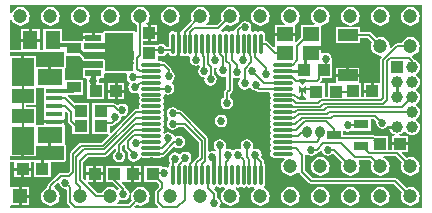
<source format=gtl>
G04 Layer_Physical_Order=1*
G04 Layer_Color=255*
%FSLAX23Y23*%
%MOIN*%
G70*
G01*
G75*
%ADD10R,0.043X0.039*%
%ADD11R,0.083X0.058*%
%ADD12R,0.054X0.018*%
%ADD13R,0.075X0.046*%
%ADD14R,0.075X0.094*%
%ADD15O,0.012X0.071*%
%ADD16O,0.071X0.012*%
%ADD17R,0.055X0.047*%
%ADD18R,0.051X0.059*%
%ADD19R,0.039X0.043*%
%ADD20R,0.047X0.031*%
%ADD21R,0.048X0.036*%
%ADD22R,0.055X0.019*%
%ADD23R,0.067X0.039*%
%ADD24C,0.005*%
%ADD25C,0.006*%
%ADD26C,0.012*%
%ADD27C,0.010*%
%ADD28C,0.015*%
%ADD29R,0.098X0.127*%
%ADD30R,0.076X0.019*%
%ADD31R,0.006X0.018*%
%ADD32O,0.031X0.039*%
%ADD33C,0.039*%
%ADD34R,0.039X0.039*%
%ADD35C,0.047*%
%ADD36R,0.047X0.047*%
%ADD37C,0.027*%
%ADD38C,0.030*%
G36*
X379Y480D02*
Y458D01*
X367Y445D01*
X292D01*
X279Y458D01*
X212D01*
Y480D01*
X279D01*
X292Y493D01*
X367D01*
X379Y480D01*
D02*
G37*
G36*
X205Y460D02*
X205Y460D01*
Y458D01*
X205Y455D01*
X207Y453D01*
X207Y453D01*
Y452D01*
X208D01*
X209Y451D01*
X212Y451D01*
X274D01*
Y426D01*
X207D01*
Y393D01*
X218D01*
X222Y388D01*
X221Y385D01*
X223Y377D01*
X223Y376D01*
Y323D01*
X280D01*
Y377D01*
X266D01*
X262Y382D01*
X263Y385D01*
X262Y388D01*
X266Y393D01*
X277D01*
Y406D01*
X281Y410D01*
X353D01*
X356Y406D01*
X356Y405D01*
X354Y397D01*
X356Y389D01*
X360Y382D01*
X366Y378D01*
X362Y372D01*
X360Y364D01*
X362Y356D01*
X366Y349D01*
X373Y345D01*
X381Y343D01*
X389Y345D01*
X390Y345D01*
X394Y342D01*
X394Y339D01*
X395Y334D01*
X398Y330D01*
Y329D01*
X395Y325D01*
X394Y320D01*
X395Y314D01*
X398Y310D01*
Y309D01*
X395Y305D01*
X394Y300D01*
X395Y295D01*
X394Y294D01*
X392Y290D01*
X385D01*
X381Y290D01*
X378Y287D01*
X302Y212D01*
X297Y214D01*
Y235D01*
X305D01*
X309Y236D01*
X312Y238D01*
X318Y244D01*
X323Y245D01*
X330Y249D01*
X334Y256D01*
X336Y263D01*
X338Y265D01*
X340Y267D01*
X347Y269D01*
X354Y273D01*
X358Y280D01*
X360Y288D01*
X358Y296D01*
X354Y303D01*
X347Y307D01*
X339Y309D01*
X331Y307D01*
X324Y303D01*
X323Y303D01*
X319Y307D01*
X316Y309D01*
X312Y310D01*
X297D01*
Y312D01*
X240D01*
Y258D01*
Y208D01*
X292D01*
X294Y203D01*
X270Y179D01*
X203D01*
X199Y178D01*
X196Y176D01*
X167Y147D01*
X165Y144D01*
X164Y140D01*
Y85D01*
X158Y79D01*
X134D01*
X130Y78D01*
X127Y76D01*
X93Y42D01*
X91Y39D01*
X90Y35D01*
Y29D01*
X85Y27D01*
X78Y22D01*
X73Y15D01*
X70Y8D01*
X69Y0D01*
X70Y-8D01*
X73Y-15D01*
X78Y-22D01*
X85Y-27D01*
X92Y-30D01*
X100Y-31D01*
X108Y-30D01*
X115Y-27D01*
X122Y-22D01*
X127Y-15D01*
X130Y-8D01*
X131Y0D01*
X130Y8D01*
X127Y15D01*
X122Y22D01*
X115Y27D01*
X114Y27D01*
X113Y33D01*
X124Y45D01*
X129Y43D01*
X131Y37D01*
X135Y30D01*
X142Y26D01*
X150Y24D01*
X151Y24D01*
X155Y21D01*
Y-19D01*
X156Y-23D01*
X158Y-26D01*
X166Y-34D01*
X164Y-39D01*
X-34D01*
Y-32D01*
X-30Y-30D01*
X-29Y-30D01*
X-5D01*
Y0D01*
Y30D01*
X-29D01*
X-30Y30D01*
X-34Y32D01*
Y113D01*
X-21D01*
Y95D01*
X34D01*
Y113D01*
X45D01*
Y63D01*
X102D01*
Y113D01*
X143D01*
X143Y113D01*
X143D01*
X144Y113D01*
X144D01*
X144Y113D01*
X145D01*
X145Y113D01*
X145Y113D01*
X145D01*
X145Y113D01*
X146Y113D01*
X146Y113D01*
X147Y114D01*
X147Y114D01*
X147Y114D01*
X147Y114D01*
X147Y114D01*
X147Y114D01*
X147Y114D01*
X148Y114D01*
X148Y114D01*
X148Y114D01*
X148Y114D01*
X148Y115D01*
X148Y115D01*
X148Y115D01*
X149Y115D01*
X149Y115D01*
X149Y116D01*
X149Y116D01*
X149Y116D01*
X149Y116D01*
X150Y116D01*
X150Y116D01*
X150Y116D01*
X150Y116D01*
X150Y116D01*
X150Y116D01*
X150Y116D01*
X150Y117D01*
X150Y117D01*
X150Y117D01*
X150Y117D01*
X150Y117D01*
X150Y117D01*
X150Y117D01*
X150Y117D01*
X150Y117D01*
X151Y117D01*
X151Y118D01*
X151Y118D01*
X151Y118D01*
X151Y118D01*
X151Y118D01*
X151Y118D01*
X151Y118D01*
X151Y118D01*
X151Y119D01*
X152Y119D01*
X152Y120D01*
X152Y121D01*
X152Y121D01*
X152Y122D01*
Y122D01*
X152Y122D01*
Y166D01*
X152Y167D01*
Y167D01*
X152Y167D01*
Y167D01*
X152Y167D01*
Y168D01*
X152Y168D01*
X152Y168D01*
X152Y168D01*
X152Y169D01*
X152Y169D01*
X152Y169D01*
X152Y169D01*
X152Y169D01*
X152Y169D01*
X152Y169D01*
X152Y169D01*
X152Y169D01*
X152Y169D01*
X151Y170D01*
X151Y170D01*
X151Y170D01*
X151Y170D01*
X151Y170D01*
X151Y170D01*
X151Y170D01*
X151Y171D01*
X150Y171D01*
X150Y172D01*
X150Y172D01*
X150Y172D01*
X150Y172D01*
X150Y172D01*
X150Y173D01*
X150Y173D01*
X149Y173D01*
X149Y173D01*
X149Y173D01*
X149Y173D01*
X149Y173D01*
X149Y173D01*
X149Y173D01*
X148Y174D01*
X148Y174D01*
X148Y174D01*
X148Y174D01*
X148Y174D01*
X148Y174D01*
X148Y174D01*
X148Y174D01*
X148Y174D01*
X148Y174D01*
X148Y174D01*
X147Y174D01*
X147Y175D01*
X147Y175D01*
X147Y175D01*
X147Y175D01*
X147Y175D01*
X147Y175D01*
Y239D01*
X146D01*
Y244D01*
X79D01*
Y239D01*
X52D01*
Y239D01*
Y297D01*
X20D01*
Y303D01*
X52D01*
Y361D01*
Y361D01*
X78D01*
Y335D01*
Y310D01*
Y284D01*
Y259D01*
X79D01*
Y254D01*
X146D01*
Y259D01*
X147D01*
Y282D01*
X152Y284D01*
X158Y278D01*
Y250D01*
X159Y247D01*
X161Y243D01*
X173Y231D01*
Y208D01*
X230D01*
Y258D01*
Y312D01*
X178D01*
X157Y333D01*
X157Y333D01*
X158Y338D01*
X176D01*
X179Y339D01*
X208D01*
Y388D01*
X147D01*
Y425D01*
X147Y425D01*
X147Y425D01*
X147Y425D01*
X147Y425D01*
X147Y426D01*
X148Y426D01*
X148Y427D01*
X149Y427D01*
X149Y427D01*
X149Y427D01*
X149Y427D01*
X149Y427D01*
X149Y427D01*
X149Y427D01*
X149Y427D01*
X149Y427D01*
X149Y427D01*
X150Y428D01*
X150Y428D01*
X150Y428D01*
X150Y428D01*
X150Y428D01*
X150Y428D01*
X150Y428D01*
X150Y429D01*
X150Y429D01*
X150Y429D01*
X150Y429D01*
X151Y429D01*
X151Y429D01*
X151Y429D01*
X151Y429D01*
X151Y429D01*
X151Y429D01*
X151Y430D01*
X151Y430D01*
X151Y430D01*
X151Y430D01*
X151Y430D01*
X151Y430D01*
X151Y430D01*
X151Y430D01*
X151Y431D01*
X152Y431D01*
X152Y431D01*
X152Y431D01*
X152Y431D01*
X152Y431D01*
X152Y431D01*
X152Y432D01*
X152Y432D01*
X152Y432D01*
X152Y432D01*
X152Y432D01*
X152Y432D01*
X152Y432D01*
X152Y433D01*
X152Y433D01*
Y433D01*
X152Y434D01*
X152Y434D01*
X152Y434D01*
Y460D01*
X152Y461D01*
Y462D01*
X152Y462D01*
Y463D01*
X152Y463D01*
X152Y463D01*
X152Y464D01*
Y468D01*
X197D01*
X205Y460D01*
D02*
G37*
G36*
X103Y168D02*
X144D01*
X144Y168D01*
X144Y168D01*
X144Y168D01*
X144Y168D01*
X144Y168D01*
X144Y168D01*
X144Y168D01*
X144Y168D01*
X144Y168D01*
X144Y168D01*
X145Y168D01*
X145Y168D01*
X145Y167D01*
X145Y167D01*
X145Y167D01*
X145Y167D01*
X145Y167D01*
X145Y167D01*
X145Y167D01*
X145Y167D01*
Y167D01*
X145Y166D01*
Y122D01*
X145Y122D01*
Y122D01*
X145Y122D01*
X145Y121D01*
X144Y121D01*
X144Y121D01*
X144Y121D01*
X144Y121D01*
X144Y121D01*
X144Y121D01*
X144Y121D01*
X144Y121D01*
X144Y121D01*
D01*
X144Y121D01*
X144Y120D01*
X144Y120D01*
X144Y120D01*
X144Y120D01*
X144Y120D01*
X143Y120D01*
X143D01*
X143Y120D01*
X102D01*
X102Y120D01*
X78D01*
Y90D01*
X68D01*
Y120D01*
X45Y120D01*
X45D01*
X34D01*
X34D01*
X-21D01*
X-21D01*
X-34D01*
Y133D01*
X3D01*
Y185D01*
X13D01*
Y133D01*
X51D01*
Y168D01*
X93D01*
Y203D01*
X103D01*
Y168D01*
D02*
G37*
G36*
X1338Y-39D02*
X665D01*
X662Y-34D01*
X665Y-30D01*
X667Y-22D01*
X665Y-14D01*
X660Y-7D01*
X656Y-4D01*
Y9D01*
X655Y13D01*
X653Y17D01*
X645Y24D01*
X647Y29D01*
X650Y30D01*
X654Y33D01*
X656D01*
X660Y30D01*
X665Y29D01*
X670Y30D01*
X671Y30D01*
X675Y32D01*
X679Y30D01*
X679Y30D01*
X680Y30D01*
X681Y24D01*
X678Y22D01*
X673Y15D01*
X670Y8D01*
X669Y0D01*
X670Y-8D01*
X673Y-15D01*
X678Y-22D01*
X685Y-27D01*
X692Y-30D01*
X700Y-31D01*
X708Y-30D01*
X715Y-27D01*
X722Y-22D01*
X727Y-15D01*
X730Y-8D01*
X731Y0D01*
X730Y8D01*
X727Y15D01*
X722Y22D01*
X718Y25D01*
X720Y30D01*
X724Y29D01*
X729Y30D01*
X730Y30D01*
X734Y32D01*
X738Y30D01*
X739Y30D01*
X744Y29D01*
X749Y30D01*
X753Y33D01*
X754D01*
X758Y30D01*
X763Y29D01*
X768Y30D01*
X769Y30D01*
X773Y32D01*
X777Y30D01*
X778Y30D01*
X780Y29D01*
X781Y24D01*
X778Y22D01*
X773Y15D01*
X770Y8D01*
X769Y0D01*
X770Y-8D01*
X773Y-15D01*
X778Y-22D01*
X785Y-27D01*
X792Y-30D01*
X800Y-31D01*
X808Y-30D01*
X815Y-27D01*
X822Y-22D01*
X827Y-15D01*
X830Y-8D01*
X831Y0D01*
X830Y8D01*
X827Y15D01*
X822Y22D01*
X815Y27D01*
X813Y28D01*
X813Y30D01*
X812Y33D01*
X815Y37D01*
X816Y42D01*
Y101D01*
X815Y106D01*
X813Y109D01*
Y115D01*
X812Y119D01*
X810Y123D01*
X802Y130D01*
X804Y138D01*
X802Y146D01*
X798Y153D01*
X791Y157D01*
X783Y159D01*
X778Y158D01*
X774Y162D01*
X776Y170D01*
X774Y178D01*
X770Y185D01*
X763Y189D01*
X755Y191D01*
X747Y189D01*
X740Y185D01*
X736Y178D01*
X734Y170D01*
X736Y162D01*
X736Y162D01*
X736Y161D01*
X733Y158D01*
X726Y159D01*
X718Y157D01*
X711Y153D01*
X711Y153D01*
X706D01*
X706Y153D01*
X699Y157D01*
X691Y159D01*
X688Y158D01*
X686Y160D01*
X684Y163D01*
X686Y170D01*
X684Y178D01*
X680Y185D01*
X673Y189D01*
X665Y191D01*
X657Y189D01*
X650Y185D01*
X646Y178D01*
X644Y170D01*
X646Y162D01*
X650Y155D01*
X652Y154D01*
X652Y153D01*
X651Y152D01*
X646Y150D01*
X640Y151D01*
X632Y149D01*
X631Y148D01*
X626Y151D01*
Y192D01*
X625Y195D01*
X623Y199D01*
X539Y283D01*
X536Y285D01*
X532Y286D01*
X526D01*
X523Y290D01*
X516Y295D01*
X508Y296D01*
X500Y295D01*
X493Y290D01*
X489Y284D01*
X487Y276D01*
X489Y268D01*
X492Y262D01*
X493Y259D01*
X492Y255D01*
X489Y250D01*
X487Y242D01*
X489Y234D01*
X493Y227D01*
X500Y223D01*
X508Y221D01*
X516Y223D01*
X523Y227D01*
X526Y232D01*
X543D01*
X594Y181D01*
Y133D01*
X579Y118D01*
X577Y115D01*
X572Y115D01*
X569Y120D01*
X571Y128D01*
X569Y136D01*
X565Y143D01*
X558Y147D01*
X550Y149D01*
X542Y147D01*
X535Y143D01*
X534Y141D01*
X529Y141D01*
X523Y144D01*
X515Y146D01*
X507Y144D01*
X500Y140D01*
X496Y133D01*
X494Y125D01*
X496Y117D01*
X497Y115D01*
Y109D01*
X495Y106D01*
X494Y101D01*
Y97D01*
X490Y95D01*
X488Y96D01*
X480Y98D01*
X475Y97D01*
X470Y101D01*
Y102D01*
X413D01*
Y48D01*
X456D01*
X463Y41D01*
Y32D01*
X451Y20D01*
X449Y17D01*
X448Y13D01*
Y-19D01*
X449Y-23D01*
X451Y-26D01*
X459Y-34D01*
X457Y-39D01*
X382D01*
X380Y-34D01*
X387Y-28D01*
X392Y-30D01*
X400Y-31D01*
X408Y-30D01*
X415Y-27D01*
X422Y-22D01*
X427Y-15D01*
X430Y-8D01*
X431Y0D01*
X430Y8D01*
X427Y15D01*
X422Y22D01*
X415Y27D01*
X408Y30D01*
X400Y31D01*
X392Y30D01*
X385Y27D01*
X378Y22D01*
X373Y15D01*
X370Y8D01*
X369Y0D01*
X370Y-8D01*
X372Y-13D01*
X360Y-26D01*
X324D01*
X323Y-21D01*
X327Y-15D01*
X328Y-12D01*
X333Y-11D01*
X335Y-12D01*
X343Y-14D01*
X351Y-12D01*
X358Y-8D01*
X362Y-1D01*
X364Y7D01*
X362Y15D01*
X358Y22D01*
X353Y25D01*
X352Y29D01*
X350Y32D01*
X339Y44D01*
X340Y48D01*
X342D01*
Y49D01*
X347Y49D01*
X347Y49D01*
X370D01*
Y75D01*
Y101D01*
X347D01*
X347Y101D01*
X342Y101D01*
Y102D01*
X285D01*
Y48D01*
X305D01*
X306Y47D01*
X327Y26D01*
X327Y23D01*
X324Y23D01*
X321Y22D01*
X315Y27D01*
X308Y30D01*
X300Y31D01*
X292Y30D01*
X285Y27D01*
X278Y22D01*
X273Y15D01*
X271Y10D01*
X257D01*
X223Y44D01*
X225Y49D01*
X242D01*
Y70D01*
X219D01*
Y55D01*
X214Y53D01*
X208Y59D01*
Y113D01*
X227Y132D01*
X283D01*
X286Y133D01*
X290Y135D01*
X314Y159D01*
X319Y157D01*
Y152D01*
X314Y149D01*
X310Y142D01*
X308Y134D01*
X310Y126D01*
X314Y119D01*
X321Y115D01*
X329Y113D01*
X337Y115D01*
X344Y119D01*
X348Y126D01*
X350Y134D01*
X348Y142D01*
X344Y149D01*
X339Y152D01*
Y167D01*
X344Y172D01*
X349Y170D01*
Y160D01*
X350Y156D01*
X352Y153D01*
X359Y145D01*
X359Y144D01*
X357Y136D01*
X359Y128D01*
X363Y121D01*
X370Y117D01*
X378Y115D01*
X386Y117D01*
X393Y121D01*
X397Y128D01*
X398Y129D01*
X400Y129D01*
X403Y130D01*
X407Y129D01*
X466D01*
X471Y130D01*
X474Y132D01*
X474D01*
X478Y133D01*
X482Y135D01*
X513Y166D01*
X513Y166D01*
X520Y162D01*
X528Y160D01*
X536Y162D01*
X542Y166D01*
X547Y173D01*
X548Y181D01*
X547Y189D01*
X542Y196D01*
X536Y200D01*
X528Y202D01*
X520Y200D01*
X517Y199D01*
X511Y201D01*
X507Y208D01*
X500Y212D01*
X492Y214D01*
X484Y212D01*
X480Y209D01*
X476Y213D01*
X478Y216D01*
X479Y221D01*
X478Y226D01*
X475Y230D01*
Y231D01*
X478Y236D01*
X479Y241D01*
X478Y246D01*
X475Y250D01*
Y251D01*
X478Y255D01*
X479Y260D01*
X478Y266D01*
X478Y266D01*
X476Y270D01*
X478Y274D01*
X478Y275D01*
X479Y280D01*
X478Y285D01*
X475Y289D01*
Y291D01*
X478Y295D01*
X479Y300D01*
X478Y305D01*
X475Y309D01*
Y310D01*
X478Y314D01*
X479Y320D01*
X478Y325D01*
X475Y329D01*
Y330D01*
X478Y334D01*
X479Y337D01*
X484Y340D01*
X484Y340D01*
X492Y338D01*
X500Y340D01*
X507Y344D01*
X511Y351D01*
X513Y359D01*
X511Y367D01*
X507Y374D01*
X503Y376D01*
X503Y377D01*
X504Y382D01*
X509Y385D01*
X513Y392D01*
X515Y400D01*
X513Y408D01*
X509Y415D01*
X504Y418D01*
Y421D01*
X503Y425D01*
X501Y428D01*
X485Y445D01*
X481Y447D01*
X477Y448D01*
X474D01*
X471Y450D01*
X466Y451D01*
X457D01*
Y466D01*
X461Y468D01*
X462Y468D01*
X470Y466D01*
X478Y468D01*
X485Y472D01*
X488Y476D01*
X495D01*
X495Y474D01*
X498Y470D01*
X502Y467D01*
X507Y466D01*
X512Y467D01*
X514Y468D01*
X518Y470D01*
X522Y468D01*
Y509D01*
Y549D01*
X518Y547D01*
X514Y549D01*
X512Y550D01*
X507Y551D01*
X502Y550D01*
X498Y547D01*
X495Y543D01*
X494Y538D01*
Y497D01*
X488D01*
X485Y502D01*
X478Y506D01*
X470Y508D01*
X462Y506D01*
X462Y506D01*
X457Y505D01*
Y505D01*
X457Y505D01*
X410D01*
Y516D01*
X425D01*
Y543D01*
Y571D01*
X421D01*
X419Y576D01*
X422Y578D01*
X427Y585D01*
X430Y592D01*
X431Y600D01*
X430Y608D01*
X427Y615D01*
X422Y622D01*
X415Y627D01*
X408Y630D01*
X400Y631D01*
X392Y630D01*
X385Y627D01*
X378Y622D01*
X373Y615D01*
X370Y608D01*
X369Y600D01*
X370Y592D01*
X373Y585D01*
X378Y578D01*
X385Y573D01*
X390Y571D01*
Y549D01*
X385Y548D01*
X384Y549D01*
X382Y551D01*
X379Y551D01*
X281D01*
X278Y551D01*
X276Y549D01*
X274Y547D01*
X274Y544D01*
Y543D01*
X247D01*
Y528D01*
X242D01*
Y523D01*
X208D01*
Y522D01*
X208Y517D01*
X146D01*
Y517D01*
X140D01*
Y557D01*
X75D01*
Y487D01*
X64D01*
Y515D01*
X1D01*
Y491D01*
X-3Y487D01*
X-34D01*
Y588D01*
X-29Y589D01*
X-27Y585D01*
X-22Y578D01*
X-15Y573D01*
X-8Y570D01*
X0Y569D01*
X8Y570D01*
X15Y573D01*
X22Y578D01*
X27Y585D01*
X30Y592D01*
X31Y600D01*
X30Y608D01*
X27Y615D01*
X22Y622D01*
X15Y627D01*
X8Y630D01*
X0Y631D01*
X-8Y630D01*
X-15Y627D01*
X-22Y622D01*
X-27Y615D01*
X-29Y611D01*
X-34Y612D01*
Y639D01*
X1338D01*
Y-39D01*
D02*
G37*
G36*
X64Y480D02*
X64D01*
X75D01*
X75D01*
X145D01*
Y464D01*
X145Y463D01*
X145Y463D01*
X145Y463D01*
Y462D01*
X145Y462D01*
Y461D01*
X145Y460D01*
Y460D01*
Y434D01*
Y434D01*
X145Y434D01*
X145Y434D01*
X145Y433D01*
Y433D01*
X145Y433D01*
X145Y433D01*
X145Y433D01*
X145Y433D01*
X145Y433D01*
X144Y433D01*
X144Y433D01*
X144Y432D01*
X144Y432D01*
X144Y432D01*
X144Y432D01*
X144Y432D01*
X144Y432D01*
X144Y432D01*
X144Y432D01*
X144Y432D01*
X144Y432D01*
X144Y432D01*
X103D01*
Y397D01*
X93D01*
Y432D01*
X51D01*
Y467D01*
X13D01*
Y415D01*
X3D01*
Y467D01*
X-34D01*
Y480D01*
X64Y480D01*
D02*
G37*
%LPC*%
G36*
X314Y376D02*
X291D01*
Y355D01*
X314D01*
Y376D01*
D02*
G37*
G36*
X380Y101D02*
Y80D01*
X402D01*
Y101D01*
X380D01*
D02*
G37*
G36*
X274D02*
X252D01*
Y80D01*
X274D01*
Y101D01*
D02*
G37*
G36*
X669Y272D02*
X661Y270D01*
X654Y266D01*
X650Y259D01*
X648Y251D01*
X650Y243D01*
X654Y236D01*
X661Y232D01*
X669Y230D01*
X677Y232D01*
X684Y236D01*
X688Y243D01*
X690Y251D01*
X688Y259D01*
X684Y266D01*
X677Y270D01*
X669Y272D01*
D02*
G37*
G36*
X314Y345D02*
X291D01*
Y324D01*
X314D01*
Y345D01*
D02*
G37*
G36*
X346D02*
X324D01*
Y324D01*
X346D01*
Y345D01*
D02*
G37*
G36*
X242Y101D02*
X219D01*
Y80D01*
X242D01*
Y101D01*
D02*
G37*
G36*
X1200Y31D02*
X1192Y30D01*
X1185Y27D01*
X1178Y22D01*
X1173Y15D01*
X1170Y8D01*
X1169Y0D01*
X1170Y-8D01*
X1173Y-15D01*
X1178Y-22D01*
X1185Y-27D01*
X1192Y-30D01*
X1200Y-31D01*
X1208Y-30D01*
X1215Y-27D01*
X1222Y-22D01*
X1227Y-15D01*
X1230Y-8D01*
X1231Y0D01*
X1230Y8D01*
X1227Y15D01*
X1222Y22D01*
X1215Y27D01*
X1208Y30D01*
X1200Y31D01*
D02*
G37*
G36*
X30Y-5D02*
X5D01*
Y-30D01*
X30D01*
Y-5D01*
D02*
G37*
G36*
X1100Y31D02*
X1092Y30D01*
X1085Y27D01*
X1078Y22D01*
X1073Y15D01*
X1070Y8D01*
X1069Y0D01*
X1070Y-8D01*
X1073Y-15D01*
X1078Y-22D01*
X1085Y-27D01*
X1092Y-30D01*
X1100Y-31D01*
X1108Y-30D01*
X1115Y-27D01*
X1122Y-22D01*
X1127Y-15D01*
X1130Y-8D01*
X1131Y0D01*
X1130Y8D01*
X1127Y15D01*
X1122Y22D01*
X1115Y27D01*
X1108Y30D01*
X1100Y31D01*
D02*
G37*
G36*
X900D02*
X892Y30D01*
X885Y27D01*
X878Y22D01*
X873Y15D01*
X870Y8D01*
X869Y0D01*
X870Y-8D01*
X873Y-15D01*
X878Y-22D01*
X885Y-27D01*
X892Y-30D01*
X900Y-31D01*
X908Y-30D01*
X915Y-27D01*
X922Y-22D01*
X927Y-15D01*
X930Y-8D01*
X931Y0D01*
X930Y8D01*
X927Y15D01*
X922Y22D01*
X915Y27D01*
X908Y30D01*
X900Y31D01*
D02*
G37*
G36*
X1000D02*
X992Y30D01*
X985Y27D01*
X978Y22D01*
X973Y15D01*
X970Y8D01*
X969Y0D01*
X970Y-8D01*
X973Y-15D01*
X978Y-22D01*
X985Y-27D01*
X992Y-30D01*
X1000Y-31D01*
X1008Y-30D01*
X1015Y-27D01*
X1022Y-22D01*
X1027Y-15D01*
X1030Y-8D01*
X1031Y0D01*
X1030Y8D01*
X1027Y15D01*
X1022Y22D01*
X1015Y27D01*
X1008Y30D01*
X1000Y31D01*
D02*
G37*
G36*
X5Y30D02*
Y5D01*
X30D01*
Y30D01*
X5D01*
D02*
G37*
G36*
X34Y85D02*
X12D01*
Y64D01*
X34D01*
Y85D01*
D02*
G37*
G36*
X1000Y131D02*
X992Y130D01*
X985Y127D01*
X978Y122D01*
X973Y115D01*
X970Y108D01*
X969Y100D01*
X970Y92D01*
X973Y85D01*
X978Y78D01*
X985Y73D01*
X992Y70D01*
X1000Y69D01*
X1008Y70D01*
X1015Y73D01*
X1022Y78D01*
X1027Y85D01*
X1030Y92D01*
X1031Y100D01*
X1030Y108D01*
X1027Y115D01*
X1022Y122D01*
X1015Y127D01*
X1008Y130D01*
X1000Y131D01*
D02*
G37*
G36*
X2Y85D02*
X-21D01*
Y64D01*
X2D01*
Y85D01*
D02*
G37*
G36*
X274Y70D02*
X252D01*
Y49D01*
X274D01*
Y70D01*
D02*
G37*
G36*
X402D02*
X380D01*
Y49D01*
X402D01*
Y70D01*
D02*
G37*
G36*
X100Y631D02*
X92Y630D01*
X85Y627D01*
X78Y622D01*
X73Y615D01*
X70Y608D01*
X69Y600D01*
X70Y592D01*
X73Y585D01*
X78Y578D01*
X85Y573D01*
X92Y570D01*
X100Y569D01*
X108Y570D01*
X115Y573D01*
X122Y578D01*
X127Y585D01*
X130Y592D01*
X131Y600D01*
X130Y608D01*
X127Y615D01*
X122Y622D01*
X115Y627D01*
X108Y630D01*
X100Y631D01*
D02*
G37*
G36*
X200D02*
X192Y630D01*
X185Y627D01*
X178Y622D01*
X173Y615D01*
X170Y608D01*
X169Y600D01*
X170Y592D01*
X173Y585D01*
X178Y578D01*
X185Y573D01*
X192Y570D01*
X200Y569D01*
X208Y570D01*
X215Y573D01*
X222Y578D01*
X227Y585D01*
X230Y592D01*
X231Y600D01*
X230Y608D01*
X227Y615D01*
X222Y622D01*
X215Y627D01*
X208Y630D01*
X200Y631D01*
D02*
G37*
G36*
X456Y571D02*
X435D01*
Y548D01*
X456D01*
Y571D01*
D02*
G37*
G36*
X237Y543D02*
X208D01*
Y533D01*
X237D01*
Y543D01*
D02*
G37*
G36*
X900Y631D02*
X892Y630D01*
X885Y627D01*
X878Y622D01*
X873Y615D01*
X870Y608D01*
X869Y600D01*
X870Y592D01*
X873Y585D01*
X878Y578D01*
X882Y575D01*
X880Y570D01*
X848D01*
Y545D01*
X915D01*
Y570D01*
X915Y570D01*
X917Y574D01*
X922Y578D01*
X927Y585D01*
X930Y592D01*
X931Y600D01*
X930Y608D01*
X927Y615D01*
X922Y622D01*
X915Y627D01*
X908Y630D01*
X900Y631D01*
D02*
G37*
G36*
X300D02*
X292Y630D01*
X285Y627D01*
X278Y622D01*
X273Y615D01*
X270Y608D01*
X269Y600D01*
X270Y592D01*
X273Y585D01*
X278Y578D01*
X285Y573D01*
X292Y570D01*
X300Y569D01*
X308Y570D01*
X315Y573D01*
X322Y578D01*
X327Y585D01*
X330Y592D01*
X331Y600D01*
X330Y608D01*
X327Y615D01*
X322Y622D01*
X315Y627D01*
X308Y630D01*
X300Y631D01*
D02*
G37*
G36*
X1200D02*
X1192Y630D01*
X1185Y627D01*
X1178Y622D01*
X1173Y615D01*
X1170Y608D01*
X1169Y600D01*
X1170Y592D01*
X1173Y585D01*
X1178Y578D01*
X1185Y573D01*
X1192Y570D01*
X1200Y569D01*
X1208Y570D01*
X1215Y573D01*
X1222Y578D01*
X1227Y585D01*
X1230Y592D01*
X1231Y600D01*
X1230Y608D01*
X1227Y615D01*
X1222Y622D01*
X1215Y627D01*
X1208Y630D01*
X1200Y631D01*
D02*
G37*
G36*
X1300D02*
X1292Y630D01*
X1285Y627D01*
X1278Y622D01*
X1273Y615D01*
X1270Y608D01*
X1269Y600D01*
X1270Y592D01*
X1273Y585D01*
X1278Y578D01*
X1285Y573D01*
X1292Y570D01*
X1300Y569D01*
X1308Y570D01*
X1315Y573D01*
X1322Y578D01*
X1327Y585D01*
X1330Y592D01*
X1331Y600D01*
X1330Y608D01*
X1327Y615D01*
X1322Y622D01*
X1315Y627D01*
X1308Y630D01*
X1300Y631D01*
D02*
G37*
G36*
X1100D02*
X1092Y630D01*
X1085Y627D01*
X1078Y622D01*
X1073Y615D01*
X1070Y608D01*
X1069Y600D01*
X1070Y592D01*
X1073Y585D01*
X1078Y578D01*
X1085Y573D01*
X1092Y570D01*
X1100Y569D01*
X1108Y570D01*
X1115Y573D01*
X1122Y578D01*
X1127Y585D01*
X1130Y592D01*
X1131Y600D01*
X1130Y608D01*
X1127Y615D01*
X1122Y622D01*
X1115Y627D01*
X1108Y630D01*
X1100Y631D01*
D02*
G37*
G36*
X500D02*
X492Y630D01*
X485Y627D01*
X478Y622D01*
X473Y615D01*
X470Y608D01*
X469Y600D01*
X470Y592D01*
X473Y585D01*
X478Y578D01*
X485Y573D01*
X492Y570D01*
X500Y569D01*
X508Y570D01*
X515Y573D01*
X522Y578D01*
X527Y585D01*
X530Y592D01*
X531Y600D01*
X530Y608D01*
X527Y615D01*
X522Y622D01*
X515Y627D01*
X508Y630D01*
X500Y631D01*
D02*
G37*
G36*
X800D02*
X792Y630D01*
X785Y627D01*
X778Y622D01*
X773Y615D01*
X770Y608D01*
X769Y600D01*
X770Y592D01*
X773Y585D01*
X778Y578D01*
X785Y573D01*
X792Y570D01*
X800Y569D01*
X808Y570D01*
X815Y573D01*
X822Y578D01*
X827Y585D01*
X830Y592D01*
X831Y600D01*
X830Y608D01*
X827Y615D01*
X822Y622D01*
X815Y627D01*
X808Y630D01*
X800Y631D01*
D02*
G37*
G36*
X1086Y429D02*
X1052D01*
Y408D01*
X1086D01*
Y429D01*
D02*
G37*
G36*
X1130D02*
X1096D01*
Y408D01*
X1130D01*
Y429D01*
D02*
G37*
G36*
X346Y376D02*
X324D01*
Y355D01*
X346D01*
Y376D01*
D02*
G37*
G36*
X1168D02*
X1146D01*
Y355D01*
X1168D01*
Y376D01*
D02*
G37*
G36*
X64Y556D02*
X38D01*
Y525D01*
X64D01*
Y556D01*
D02*
G37*
G36*
X28D02*
X1D01*
Y525D01*
X28D01*
Y556D01*
D02*
G37*
G36*
X1000Y631D02*
X992Y630D01*
X985Y627D01*
X978Y622D01*
X973Y615D01*
X970Y608D01*
X969Y600D01*
X970Y592D01*
X973Y585D01*
X978Y578D01*
X981Y576D01*
X979Y571D01*
X934D01*
Y528D01*
X920Y514D01*
X915Y516D01*
Y535D01*
X848D01*
Y513D01*
X847Y508D01*
X847Y506D01*
Y499D01*
X843Y497D01*
X825Y515D01*
X821Y517D01*
X817Y518D01*
X816D01*
Y538D01*
X815Y543D01*
X812Y547D01*
X808Y550D01*
X803Y551D01*
X798Y550D01*
X797Y550D01*
X793Y548D01*
X789Y550D01*
X788Y550D01*
X783Y551D01*
X778Y550D01*
X777Y550D01*
X774Y548D01*
X769Y550D01*
X768Y554D01*
X768Y555D01*
X770Y563D01*
X768Y571D01*
X764Y578D01*
X757Y582D01*
X749Y584D01*
X741Y582D01*
X734Y578D01*
X731Y573D01*
X730Y572D01*
X727Y570D01*
X717Y560D01*
X714Y557D01*
X714Y553D01*
X710Y551D01*
X709Y550D01*
X704Y551D01*
X699Y550D01*
X698Y550D01*
X694Y548D01*
X690Y550D01*
X690Y550D01*
X685Y551D01*
X679Y550D01*
X679Y550D01*
X675Y548D01*
X671Y550D01*
X670Y554D01*
X670Y555D01*
X687Y572D01*
X692Y570D01*
X700Y569D01*
X708Y570D01*
X715Y573D01*
X722Y578D01*
X727Y585D01*
X730Y592D01*
X731Y600D01*
X730Y608D01*
X727Y615D01*
X722Y622D01*
X715Y627D01*
X708Y630D01*
X700Y631D01*
X692Y630D01*
X685Y627D01*
X678Y622D01*
X673Y615D01*
X670Y608D01*
X669Y600D01*
X670Y592D01*
X672Y587D01*
X656Y570D01*
X620D01*
X618Y575D01*
X622Y578D01*
X627Y585D01*
X630Y592D01*
X631Y600D01*
X630Y608D01*
X627Y615D01*
X622Y622D01*
X615Y627D01*
X608Y630D01*
X600Y631D01*
X592Y630D01*
X585Y627D01*
X578Y622D01*
X573Y615D01*
X570Y608D01*
X569Y600D01*
X570Y592D01*
X572Y587D01*
X540Y554D01*
X537Y551D01*
X532Y549D01*
Y509D01*
Y468D01*
X536Y470D01*
X540Y468D01*
X542Y467D01*
X547Y466D01*
X552Y467D01*
X556Y470D01*
X557D01*
X561Y467D01*
X562Y467D01*
X566Y463D01*
X564Y455D01*
X566Y447D01*
X570Y440D01*
X577Y436D01*
X585Y434D01*
X593Y436D01*
X593Y436D01*
X598Y433D01*
X598Y432D01*
X598Y432D01*
X594Y425D01*
X592Y417D01*
X594Y409D01*
X598Y402D01*
X605Y398D01*
X613Y396D01*
X614Y395D01*
X613Y390D01*
X615Y382D01*
X619Y375D01*
X626Y371D01*
X634Y369D01*
X642Y371D01*
X649Y375D01*
X653Y382D01*
X655Y390D01*
X653Y398D01*
X649Y405D01*
X646Y407D01*
Y428D01*
X648Y430D01*
X650Y430D01*
X651Y430D01*
X654Y426D01*
X653Y420D01*
X655Y412D01*
X659Y405D01*
X666Y401D01*
X674Y399D01*
X681Y401D01*
X685Y399D01*
X686Y398D01*
Y359D01*
X681Y353D01*
X679Y350D01*
X678Y346D01*
Y329D01*
X673Y326D01*
X669Y319D01*
X667Y311D01*
X669Y303D01*
X673Y296D01*
X680Y292D01*
X688Y290D01*
X696Y292D01*
X703Y296D01*
X707Y303D01*
X709Y311D01*
X707Y319D01*
X703Y326D01*
X698Y329D01*
Y342D01*
X704Y347D01*
X706Y351D01*
X707Y354D01*
Y395D01*
X711Y397D01*
X713Y396D01*
X721Y394D01*
X728Y395D01*
X732Y393D01*
X733Y392D01*
X733Y391D01*
X732Y391D01*
X728Y384D01*
X726Y376D01*
X728Y368D01*
X732Y361D01*
X739Y357D01*
X747Y355D01*
X755Y357D01*
X762Y361D01*
X768Y361D01*
X770Y357D01*
X777Y353D01*
X785Y351D01*
X787Y352D01*
X790Y349D01*
X794Y349D01*
X829D01*
X831Y345D01*
X832Y344D01*
X831Y339D01*
X832Y334D01*
X835Y330D01*
Y329D01*
X832Y325D01*
X831Y320D01*
X832Y314D01*
X832Y314D01*
X834Y310D01*
X832Y306D01*
X832Y305D01*
X831Y300D01*
X832Y295D01*
X835Y291D01*
Y289D01*
X832Y285D01*
X831Y280D01*
X832Y275D01*
X832Y274D01*
X834Y270D01*
X832Y266D01*
X832Y266D01*
X831Y260D01*
X832Y255D01*
X835Y251D01*
Y250D01*
X832Y246D01*
X831Y241D01*
X832Y236D01*
X835Y231D01*
Y230D01*
X832Y226D01*
X831Y221D01*
X832Y216D01*
X835Y212D01*
Y211D01*
X832Y206D01*
X831Y201D01*
X832Y196D01*
X835Y192D01*
Y191D01*
X832Y187D01*
X831Y182D01*
X832Y177D01*
X835Y172D01*
Y171D01*
X832Y167D01*
X831Y162D01*
X832Y157D01*
X835Y153D01*
Y152D01*
X832Y147D01*
X831Y142D01*
X832Y137D01*
X835Y133D01*
X839Y130D01*
X844Y129D01*
X880D01*
X881Y124D01*
X878Y122D01*
X873Y115D01*
X870Y108D01*
X869Y100D01*
X870Y92D01*
X873Y85D01*
X878Y78D01*
X885Y73D01*
X892Y70D01*
X900Y69D01*
X908Y70D01*
X915Y73D01*
X922Y78D01*
X925Y82D01*
X927Y82D01*
X930Y81D01*
X931Y78D01*
X933Y75D01*
X963Y45D01*
X966Y43D01*
X970Y42D01*
X1244D01*
X1272Y13D01*
X1270Y8D01*
X1269Y0D01*
X1270Y-8D01*
X1273Y-15D01*
X1278Y-22D01*
X1285Y-27D01*
X1292Y-30D01*
X1300Y-31D01*
X1308Y-30D01*
X1315Y-27D01*
X1322Y-22D01*
X1327Y-15D01*
X1330Y-8D01*
X1331Y0D01*
X1330Y8D01*
X1327Y15D01*
X1322Y22D01*
X1315Y27D01*
X1308Y30D01*
X1300Y31D01*
X1292Y30D01*
X1287Y28D01*
X1255Y59D01*
X1252Y61D01*
X1248Y62D01*
X974D01*
X950Y86D01*
Y137D01*
X952Y139D01*
X954Y140D01*
X955Y140D01*
X961Y136D01*
X969Y134D01*
X977Y136D01*
X984Y140D01*
X987Y145D01*
X988D01*
X992Y146D01*
X995Y148D01*
X1000Y152D01*
X1005Y151D01*
X1006Y147D01*
X1010Y140D01*
X1017Y136D01*
X1025Y134D01*
X1033Y136D01*
X1040Y140D01*
X1040Y140D01*
X1045Y141D01*
X1072Y113D01*
X1070Y108D01*
X1069Y100D01*
X1070Y92D01*
X1073Y85D01*
X1078Y78D01*
X1085Y73D01*
X1092Y70D01*
X1100Y69D01*
X1108Y70D01*
X1115Y73D01*
X1122Y78D01*
X1127Y85D01*
X1130Y92D01*
X1131Y100D01*
X1130Y108D01*
X1127Y115D01*
X1129Y120D01*
X1166D01*
X1172Y113D01*
X1170Y108D01*
X1169Y100D01*
X1170Y92D01*
X1173Y85D01*
X1178Y78D01*
X1185Y73D01*
X1192Y70D01*
X1200Y69D01*
X1208Y70D01*
X1215Y73D01*
X1222Y78D01*
X1227Y85D01*
X1230Y92D01*
X1231Y100D01*
X1230Y108D01*
X1227Y115D01*
X1222Y122D01*
X1215Y127D01*
X1210Y129D01*
X1211Y134D01*
X1252D01*
X1272Y113D01*
X1270Y108D01*
X1269Y100D01*
X1270Y92D01*
X1273Y85D01*
X1278Y78D01*
X1285Y73D01*
X1292Y70D01*
X1300Y69D01*
X1308Y70D01*
X1315Y73D01*
X1322Y78D01*
X1327Y85D01*
X1330Y92D01*
X1331Y100D01*
X1330Y108D01*
X1327Y115D01*
X1322Y122D01*
X1315Y127D01*
X1308Y130D01*
X1300Y131D01*
X1292Y130D01*
X1287Y128D01*
X1270Y145D01*
X1272Y149D01*
X1292D01*
Y170D01*
X1237D01*
Y154D01*
X1226D01*
Y202D01*
X1185D01*
X1183Y202D01*
X1180Y203D01*
X1076D01*
Y216D01*
X1081Y218D01*
X1083Y217D01*
X1091Y215D01*
X1099Y217D01*
X1101Y218D01*
X1106Y218D01*
Y218D01*
X1106Y218D01*
X1167D01*
Y258D01*
X1179D01*
X1186Y251D01*
X1185Y245D01*
X1187Y237D01*
X1191Y230D01*
X1198Y226D01*
X1206Y224D01*
X1214Y226D01*
X1221Y230D01*
X1225Y237D01*
X1230Y236D01*
X1230Y235D01*
X1255D01*
Y225D01*
X1230D01*
X1230Y223D01*
X1233Y217D01*
X1237Y212D01*
X1242Y208D01*
X1247Y206D01*
X1246Y201D01*
X1237D01*
Y180D01*
X1292D01*
Y201D01*
X1264D01*
X1263Y206D01*
X1268Y208D01*
X1273Y212D01*
X1277Y216D01*
X1280Y216D01*
X1280Y216D01*
X1282Y216D01*
X1286Y211D01*
X1292Y207D01*
X1298Y204D01*
X1305Y203D01*
X1312Y204D01*
X1318Y207D01*
X1324Y211D01*
X1328Y217D01*
X1331Y223D01*
X1332Y230D01*
X1331Y237D01*
X1328Y243D01*
X1324Y249D01*
X1320Y252D01*
X1320Y253D01*
Y257D01*
X1320Y258D01*
X1324Y261D01*
X1328Y267D01*
X1331Y273D01*
X1332Y280D01*
X1331Y287D01*
X1328Y293D01*
X1324Y299D01*
X1320Y302D01*
X1320Y303D01*
Y307D01*
X1320Y308D01*
X1324Y311D01*
X1328Y317D01*
X1331Y323D01*
X1332Y330D01*
X1331Y337D01*
X1328Y343D01*
X1324Y349D01*
X1320Y352D01*
X1320Y353D01*
Y357D01*
X1320Y358D01*
X1324Y361D01*
X1328Y367D01*
X1331Y373D01*
X1332Y380D01*
X1331Y387D01*
X1328Y393D01*
X1324Y399D01*
X1320Y402D01*
X1320Y403D01*
Y407D01*
X1320Y408D01*
X1324Y411D01*
X1328Y417D01*
X1331Y423D01*
X1332Y430D01*
X1331Y437D01*
X1328Y443D01*
X1324Y449D01*
X1318Y453D01*
X1313Y455D01*
X1312Y457D01*
X1305Y465D01*
X1307Y470D01*
X1308Y470D01*
X1315Y473D01*
X1322Y478D01*
X1327Y485D01*
X1330Y492D01*
X1331Y500D01*
X1330Y508D01*
X1327Y515D01*
X1322Y522D01*
X1315Y527D01*
X1308Y530D01*
X1300Y531D01*
X1292Y530D01*
X1285Y527D01*
X1278Y522D01*
X1273Y515D01*
X1271Y510D01*
X1254D01*
X1251Y509D01*
X1247Y507D01*
X1235Y495D01*
X1231Y498D01*
X1231Y500D01*
X1230Y508D01*
X1227Y515D01*
X1222Y522D01*
X1215Y527D01*
X1208Y530D01*
X1200Y531D01*
X1192Y530D01*
X1187Y528D01*
X1170Y544D01*
X1167Y546D01*
X1163Y547D01*
X1131D01*
Y564D01*
X1051D01*
Y510D01*
X1131D01*
Y527D01*
X1159D01*
X1172Y513D01*
X1170Y508D01*
X1169Y500D01*
X1170Y492D01*
X1173Y485D01*
X1178Y478D01*
X1185Y473D01*
X1192Y470D01*
X1200Y469D01*
X1202Y469D01*
X1205Y465D01*
X1202Y462D01*
X1200Y458D01*
X1199Y455D01*
Y376D01*
X1178D01*
Y350D01*
X1173D01*
Y345D01*
X1146D01*
Y330D01*
X1135D01*
Y377D01*
X1135D01*
X1130Y377D01*
X1130Y382D01*
Y398D01*
X1052D01*
X1052Y377D01*
X1047Y376D01*
X1024D01*
Y330D01*
X1014D01*
Y376D01*
X1000D01*
X998Y381D01*
X1002Y385D01*
X1004Y388D01*
X1005Y392D01*
Y393D01*
X1040D01*
Y447D01*
X1040D01*
X1037Y452D01*
X1038Y458D01*
X1036Y466D01*
X1032Y473D01*
X1025Y477D01*
X1017Y479D01*
X1009Y477D01*
X1007Y476D01*
X1002Y479D01*
Y507D01*
X1003Y510D01*
X1003D01*
X1003Y512D01*
Y569D01*
X1008Y570D01*
X1015Y573D01*
X1022Y578D01*
X1027Y585D01*
X1030Y592D01*
X1031Y600D01*
X1030Y608D01*
X1027Y615D01*
X1022Y622D01*
X1015Y627D01*
X1008Y630D01*
X1000Y631D01*
D02*
G37*
G36*
X456Y538D02*
X435D01*
Y516D01*
X456D01*
Y538D01*
D02*
G37*
%LPD*%
G36*
X940Y359D02*
X953Y372D01*
X953Y357D01*
X953D01*
X953Y340D01*
X940Y353D01*
X927Y340D01*
X927Y354D01*
X927D01*
X927Y372D01*
X940Y359D01*
D02*
G37*
G36*
X953Y329D02*
X953Y322D01*
X927D01*
Y329D01*
X940Y342D01*
X953Y329D01*
D02*
G37*
G36*
X953Y383D02*
X940Y370D01*
X927Y383D01*
X927Y390D01*
X953D01*
Y383D01*
D02*
G37*
D10*
X441Y75D02*
D03*
X375D02*
D03*
X319Y350D02*
D03*
X252D02*
D03*
X1011Y420D02*
D03*
X945D02*
D03*
X313Y75D02*
D03*
X247D02*
D03*
X73Y90D02*
D03*
X7D02*
D03*
X202Y285D02*
D03*
X268D02*
D03*
Y235D02*
D03*
X202D02*
D03*
X1052Y349D02*
D03*
X986D02*
D03*
X1264Y175D02*
D03*
X1198D02*
D03*
X1173Y350D02*
D03*
X1107D02*
D03*
D11*
X98Y397D02*
D03*
Y203D02*
D03*
D12*
X112Y326D02*
D03*
Y351D02*
D03*
Y249D02*
D03*
Y274D02*
D03*
Y300D02*
D03*
D13*
X8Y333D02*
D03*
Y267D02*
D03*
D14*
Y185D02*
D03*
Y415D02*
D03*
D15*
X507Y71D02*
D03*
X527D02*
D03*
X547D02*
D03*
X566D02*
D03*
X586D02*
D03*
X606D02*
D03*
X625D02*
D03*
X645D02*
D03*
X665D02*
D03*
X685D02*
D03*
X704D02*
D03*
X724D02*
D03*
X744D02*
D03*
X763D02*
D03*
X783D02*
D03*
X803D02*
D03*
Y509D02*
D03*
X783D02*
D03*
X763D02*
D03*
X744D02*
D03*
X724D02*
D03*
X704D02*
D03*
X685D02*
D03*
X665D02*
D03*
X645D02*
D03*
X625D02*
D03*
X606D02*
D03*
X586D02*
D03*
X566D02*
D03*
X547D02*
D03*
X527D02*
D03*
X507D02*
D03*
D16*
X874Y142D02*
D03*
Y162D02*
D03*
Y182D02*
D03*
Y201D02*
D03*
Y221D02*
D03*
Y241D02*
D03*
Y260D02*
D03*
Y280D02*
D03*
Y300D02*
D03*
Y320D02*
D03*
Y339D02*
D03*
Y359D02*
D03*
Y379D02*
D03*
Y398D02*
D03*
Y418D02*
D03*
Y438D02*
D03*
X436D02*
D03*
Y418D02*
D03*
Y398D02*
D03*
Y379D02*
D03*
Y359D02*
D03*
Y339D02*
D03*
Y320D02*
D03*
Y300D02*
D03*
Y280D02*
D03*
Y260D02*
D03*
Y241D02*
D03*
Y221D02*
D03*
Y201D02*
D03*
Y182D02*
D03*
Y162D02*
D03*
Y142D02*
D03*
D17*
X968Y540D02*
D03*
Y478D02*
D03*
X882D02*
D03*
Y540D02*
D03*
D18*
X33Y520D02*
D03*
X107D02*
D03*
D19*
X430Y543D02*
D03*
Y477D02*
D03*
D20*
X1046Y203D02*
D03*
X1136Y240D02*
D03*
Y166D02*
D03*
D21*
X177Y493D02*
D03*
Y363D02*
D03*
D22*
X242Y528D02*
D03*
Y410D02*
D03*
Y469D02*
D03*
D23*
X1091Y403D02*
D03*
Y537D02*
D03*
D24*
X940Y385D02*
D03*
X949Y356D02*
D03*
X940Y327D02*
D03*
D25*
X1017Y430D02*
Y458D01*
X1014Y427D02*
X1017Y430D01*
X1014Y427D02*
X1016Y425D01*
X923Y502D02*
X964Y543D01*
X923Y453D02*
Y502D01*
X908Y438D02*
X923Y453D01*
X390Y460D02*
X400Y470D01*
X390Y425D02*
Y460D01*
X400Y470D02*
Y600D01*
X473Y28D02*
Y45D01*
X458Y13D02*
X473Y28D01*
X458Y-19D02*
Y13D01*
X162Y69D02*
X174Y81D01*
X134Y69D02*
X162D01*
X100Y35D02*
X134Y69D01*
X995Y392D02*
Y418D01*
X1002Y320D02*
X1203D01*
X992Y310D02*
X1002Y320D01*
X920Y310D02*
X992D01*
X1010Y308D02*
X1210D01*
X1000Y298D02*
X1010Y308D01*
X874Y298D02*
X1000D01*
X1021Y296D02*
X1271D01*
X1011Y286D02*
X1021Y296D01*
X921Y286D02*
X1011D01*
X1028Y280D02*
X1305D01*
X1022Y274D02*
X1028Y280D01*
X927Y274D02*
X1022D01*
X1041Y268D02*
X1183D01*
X1035Y262D02*
X1041Y268D01*
X937Y262D02*
X1035D01*
X1183Y268D02*
X1206Y245D01*
X1209Y326D02*
Y455D01*
X1203Y320D02*
X1209Y326D01*
X1222Y320D02*
Y451D01*
X1210Y308D02*
X1222Y320D01*
X1271Y296D02*
X1305Y330D01*
X1091Y236D02*
X1153D01*
X1156Y233D01*
X1054Y193D02*
X1180D01*
X1045Y202D02*
X1054Y193D01*
X873Y300D02*
X874Y298D01*
X916Y241D02*
X937Y262D01*
X913Y260D02*
X927Y274D01*
X915Y280D02*
X921Y286D01*
X968Y479D02*
X984Y494D01*
X968Y479D02*
Y488D01*
X734Y563D02*
X749D01*
X724Y553D02*
X734Y563D01*
X660Y560D02*
X700Y600D01*
X580Y560D02*
X660D01*
X445Y77D02*
X480D01*
X443Y75D02*
X445Y77D01*
X443Y75D02*
X473Y45D01*
X547Y-12D02*
Y37D01*
X646Y-22D02*
Y9D01*
X547Y30D02*
Y71D01*
X625D02*
Y72D01*
Y29D02*
Y71D01*
Y29D02*
X646Y9D01*
X665Y72D02*
Y170D01*
X438Y359D02*
X492D01*
X378Y136D02*
X381D01*
X382Y137D01*
X359Y160D02*
X382Y137D01*
X794Y359D02*
X873D01*
X783Y370D02*
X794Y359D01*
X906Y398D02*
X919Y385D01*
X873Y398D02*
X906D01*
X612Y418D02*
X613Y417D01*
X606Y508D02*
X607Y507D01*
X586Y449D02*
Y508D01*
X585Y450D02*
Y455D01*
Y450D02*
X586Y449D01*
X848Y477D02*
X872D01*
X817Y508D02*
X848Y477D01*
X586Y72D02*
Y72D01*
X547Y242D02*
X604Y185D01*
X508Y276D02*
X532D01*
X606Y72D02*
Y108D01*
X566Y72D02*
X566Y71D01*
X437Y359D02*
X438Y359D01*
X1075Y537D02*
X1163D01*
X1200Y500D01*
X1305Y425D02*
Y450D01*
X1295Y460D02*
X1305Y450D01*
X1049Y348D02*
X1109D01*
X874Y280D02*
X915D01*
X174Y140D02*
X203Y169D01*
X186Y44D02*
Y130D01*
Y44D02*
X200Y30D01*
X198Y55D02*
Y117D01*
Y55D02*
X253Y0D01*
X203Y169D02*
X274D01*
X385Y280D01*
X324Y288D02*
X339D01*
X312Y300D02*
X324Y288D01*
X278Y300D02*
X312D01*
X315Y264D02*
X324D01*
X324Y264D01*
X313Y54D02*
Y75D01*
X397Y182D02*
X437D01*
X73Y90D02*
Y137D01*
X436Y380D02*
X437Y379D01*
X278Y245D02*
X305D01*
X115Y326D02*
X150D01*
X1045Y155D02*
X1100Y100D01*
X783Y71D02*
Y135D01*
X803Y115D01*
Y72D02*
Y115D01*
X763Y71D02*
Y122D01*
X744Y72D02*
Y120D01*
X685Y72D02*
Y115D01*
X691Y122D01*
X757Y128D02*
Y129D01*
Y128D02*
X763Y122D01*
X803Y71D02*
X804Y70D01*
X873Y358D02*
X874Y359D01*
X586Y72D02*
X586Y71D01*
X10Y333D02*
Y415D01*
Y267D02*
Y333D01*
Y185D02*
Y267D01*
X115Y300D02*
X150D01*
X547Y508D02*
X547Y507D01*
X200Y0D02*
Y30D01*
X527Y508D02*
Y548D01*
X515Y560D02*
X527Y548D01*
X440Y487D02*
X507D01*
X803Y508D02*
X817D01*
X873Y438D02*
X908D01*
X375Y398D02*
X437D01*
X399Y379D02*
X435D01*
X437D01*
X435D02*
X436Y380D01*
X437Y201D02*
Y203D01*
X566Y508D02*
Y547D01*
X580Y560D01*
X547Y508D02*
Y547D01*
X600Y600D01*
X305Y245D02*
X324Y264D01*
X508Y242D02*
X547D01*
X100Y0D02*
Y35D01*
X691Y122D02*
Y138D01*
X755Y130D02*
X757Y129D01*
X755Y130D02*
Y170D01*
X726Y138D02*
X744Y120D01*
X492Y181D02*
Y193D01*
X437Y162D02*
X473D01*
X492Y181D01*
X385Y280D02*
X437D01*
X188Y230D02*
X202D01*
X191Y285D02*
X202D01*
X150Y326D02*
X191Y285D01*
X253Y0D02*
X300D01*
X507Y72D02*
Y121D01*
X873Y162D02*
X917D01*
X1303Y333D02*
X1305Y335D01*
X917Y162D02*
X940Y139D01*
Y82D02*
Y139D01*
X873Y182D02*
X987D01*
X996Y191D01*
Y215D01*
X1152Y153D02*
Y163D01*
X940Y82D02*
X970Y52D01*
X1248D01*
X1300Y0D01*
X1019Y250D02*
X1045Y224D01*
X165Y-19D02*
Y30D01*
X150Y45D02*
X165Y30D01*
X174Y81D02*
Y140D01*
X186Y130D02*
X212Y156D01*
X870Y377D02*
X873Y379D01*
X665Y474D02*
Y508D01*
X625Y441D02*
Y508D01*
X783Y370D02*
Y372D01*
X763Y508D02*
X765Y506D01*
X724Y508D02*
Y553D01*
X765Y470D02*
Y506D01*
Y470D02*
X770Y464D01*
X688Y311D02*
Y346D01*
X168Y250D02*
X188Y230D01*
X168Y250D02*
Y282D01*
X150Y300D02*
X168Y282D01*
X242Y370D02*
X257Y355D01*
X645Y473D02*
Y509D01*
Y473D02*
X649Y469D01*
Y453D02*
Y469D01*
X704Y455D02*
Y508D01*
Y455D02*
X721Y438D01*
Y415D02*
Y438D01*
X607Y468D02*
Y507D01*
Y468D02*
X612Y463D01*
Y418D02*
Y463D01*
X437Y438D02*
X477D01*
X494Y421D01*
Y400D02*
Y421D01*
X566Y72D02*
Y109D01*
X874Y201D02*
X925D01*
X939Y215D01*
X965D01*
X873Y221D02*
X919D01*
X948Y250D01*
X1019D01*
X874Y241D02*
X916D01*
X874Y260D02*
X913D01*
X343Y7D02*
Y25D01*
X313Y54D02*
X343Y25D01*
X1045Y202D02*
Y224D01*
X1180Y189D02*
X1184D01*
X1025Y155D02*
X1045D01*
X1152Y153D02*
X1161Y144D01*
X1256D01*
X1300Y100D01*
X1069Y177D02*
X1116Y130D01*
X1170D01*
X1200Y100D01*
X1254Y500D02*
X1300D01*
X1209Y455D02*
X1254Y500D01*
X1222Y451D02*
X1231Y460D01*
X1295D01*
X674Y420D02*
Y464D01*
X685Y508D02*
X686Y506D01*
X665Y474D02*
X674Y464D01*
X688Y346D02*
X697Y354D01*
X686Y451D02*
Y506D01*
Y451D02*
X697Y440D01*
Y354D02*
Y440D01*
X783Y463D02*
Y509D01*
Y463D02*
X818Y428D01*
Y408D02*
Y428D01*
X773Y416D02*
X812Y377D01*
X870D01*
X390Y425D02*
X397Y418D01*
X437D01*
X381Y364D02*
X384D01*
X399Y379D01*
X566Y109D02*
X572Y115D01*
Y118D01*
X572Y119D01*
Y137D01*
X572Y138D02*
X572Y137D01*
X572Y138D02*
Y146D01*
X586Y72D02*
Y111D01*
X604Y129D01*
Y185D01*
X616Y119D02*
Y192D01*
X606Y108D02*
X616Y119D01*
X532Y276D02*
X616Y192D01*
X381Y241D02*
X437D01*
X513Y181D02*
X528D01*
X437Y142D02*
X474D01*
X513Y181D01*
X438Y116D02*
X474D01*
X512Y154D01*
X573D01*
X198Y117D02*
X223Y142D01*
X283D01*
X381Y241D01*
X212Y156D02*
X280D01*
X384Y260D01*
X437D01*
X359Y160D02*
Y184D01*
X378Y203D01*
X437D01*
X329Y171D02*
X379Y221D01*
X329Y134D02*
Y171D01*
X379Y221D02*
X437D01*
X527Y72D02*
Y105D01*
X550Y128D01*
X458Y-19D02*
X475Y-36D01*
X523D01*
X547Y-12D01*
X165Y-19D02*
X182Y-36D01*
X364D01*
X400Y0D01*
X969Y155D02*
X988D01*
X1010Y177D01*
X1069D01*
X747Y376D02*
Y424D01*
X770Y447D01*
Y464D01*
X636Y391D02*
Y431D01*
X625Y441D02*
X636Y431D01*
X634Y390D02*
X636Y391D01*
X744Y454D02*
Y508D01*
X71Y249D02*
X112D01*
X949Y356D02*
X979D01*
X988Y385D02*
X995Y392D01*
X919Y385D02*
X940D01*
X988D01*
X873Y320D02*
X910D01*
X920Y310D01*
X913Y339D02*
X925Y327D01*
X874Y339D02*
X913D01*
X925Y327D02*
X940D01*
D26*
X984Y494D02*
X1048D01*
X640Y133D02*
X645Y128D01*
Y71D02*
Y128D01*
X640Y130D02*
Y133D01*
X176Y351D02*
X188Y363D01*
X115Y351D02*
X176D01*
X108Y504D02*
X185D01*
X177Y493D02*
X190D01*
X214Y469D01*
X242D01*
D27*
X1255Y325D02*
Y375D01*
X873Y418D02*
X949D01*
X950Y418D02*
Y458D01*
D28*
X242Y370D02*
Y402D01*
D29*
X330Y480D02*
D03*
D30*
X250Y500D02*
D03*
D31*
X940Y344D02*
D03*
D32*
X998Y215D02*
D03*
X954D02*
D03*
D33*
X1305Y230D02*
D03*
X1255D02*
D03*
X1305Y280D02*
D03*
Y330D02*
D03*
X1255D02*
D03*
X1305Y380D02*
D03*
X1255D02*
D03*
X1305Y430D02*
D03*
D34*
X1255D02*
D03*
D35*
X1300Y600D02*
D03*
X1200D02*
D03*
X1100D02*
D03*
X1000D02*
D03*
X900D02*
D03*
X800D02*
D03*
X700D02*
D03*
X600D02*
D03*
X500D02*
D03*
X400D02*
D03*
X300D02*
D03*
X200D02*
D03*
X100D02*
D03*
X0D02*
D03*
X1300Y0D02*
D03*
X1200D02*
D03*
X1100D02*
D03*
X1000D02*
D03*
X900D02*
D03*
X800D02*
D03*
X700D02*
D03*
X600D02*
D03*
X500D02*
D03*
X400D02*
D03*
X300D02*
D03*
X200D02*
D03*
X100D02*
D03*
X1300Y100D02*
D03*
X1200D02*
D03*
X1100D02*
D03*
X1000D02*
D03*
X900D02*
D03*
X1200Y500D02*
D03*
X1300D02*
D03*
D36*
X0Y0D02*
D03*
D37*
X1017Y458D02*
D03*
X1206Y245D02*
D03*
X1091Y236D02*
D03*
X749Y563D02*
D03*
X365Y445D02*
D03*
Y475D02*
D03*
X480Y77D02*
D03*
X515Y125D02*
D03*
X646Y-22D02*
D03*
X640Y130D02*
D03*
X550Y128D02*
D03*
X492Y359D02*
D03*
X494Y400D02*
D03*
X378Y136D02*
D03*
X773Y416D02*
D03*
X785Y372D02*
D03*
X669Y251D02*
D03*
X613Y417D02*
D03*
X585Y455D02*
D03*
X470Y487D02*
D03*
X524Y427D02*
D03*
X471Y545D02*
D03*
X329Y134D02*
D03*
X339Y288D02*
D03*
X315Y264D02*
D03*
X-15Y520D02*
D03*
X492Y193D02*
D03*
X755Y170D02*
D03*
X778Y281D02*
D03*
X783Y138D02*
D03*
X665Y170D02*
D03*
X528Y181D02*
D03*
X508Y242D02*
D03*
Y276D02*
D03*
X530Y315D02*
D03*
X150Y45D02*
D03*
X691Y138D02*
D03*
X726D02*
D03*
X55Y40D02*
D03*
X438Y116D02*
D03*
X969Y155D02*
D03*
X246Y117D02*
D03*
X634Y390D02*
D03*
X649Y453D02*
D03*
X747Y376D02*
D03*
X721Y415D02*
D03*
X1174Y392D02*
D03*
X1254Y540D02*
D03*
X853Y52D02*
D03*
X236Y193D02*
D03*
X743Y454D02*
D03*
X688Y311D02*
D03*
X305Y475D02*
D03*
Y445D02*
D03*
X335Y475D02*
D03*
Y445D02*
D03*
X573Y154D02*
D03*
X343Y7D02*
D03*
X1025Y155D02*
D03*
X674Y420D02*
D03*
X818Y408D02*
D03*
X381Y364D02*
D03*
X375Y397D02*
D03*
X386Y179D02*
D03*
X242Y385D02*
D03*
X65Y255D02*
D03*
Y344D02*
D03*
D38*
X1036Y548D02*
D03*
M02*

</source>
